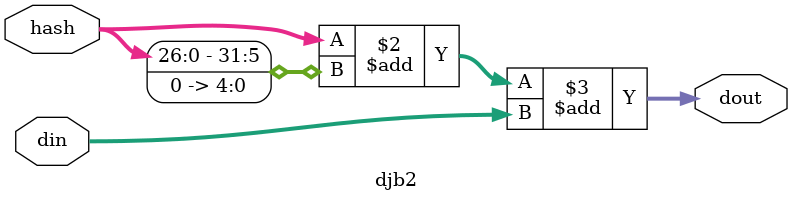
<source format=v>
`timescale 1ns / 1ps


module djb2(
hash,din,dout
    );
    input [7:0] din;
    input [31:0] hash;
    output [31:0] dout;
    assign dout=hash+(hash<<5)+din;
endmodule


</source>
